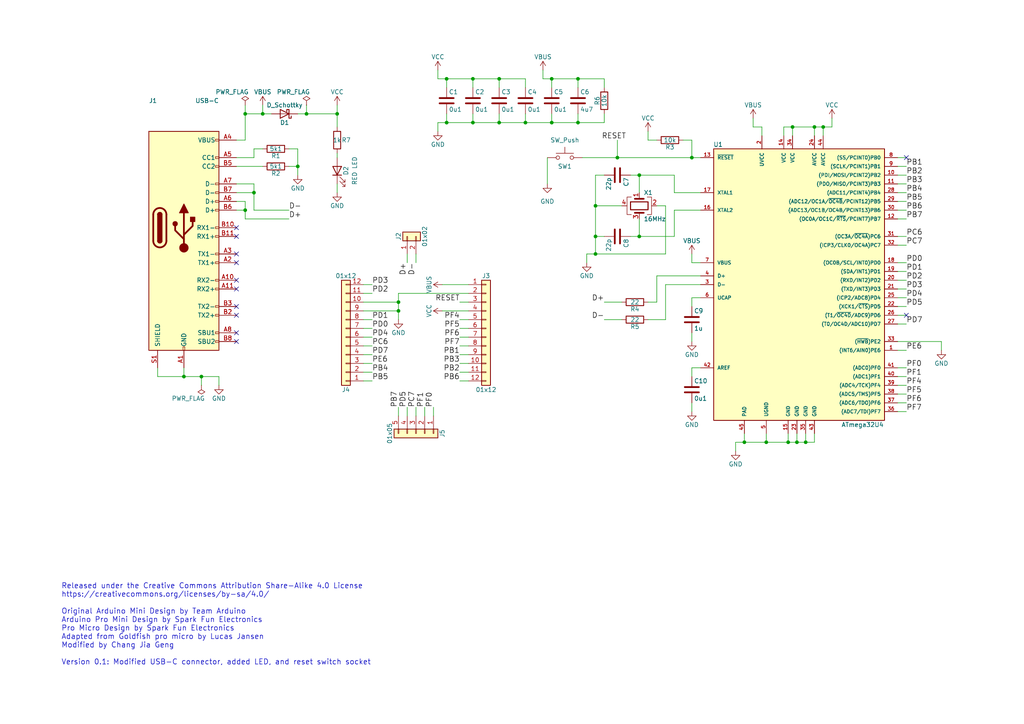
<source format=kicad_sch>
(kicad_sch (version 20211123) (generator eeschema)
  (paper "A4")
  (title_block (title "Whale") (date "2022-05-15") (rev "0.1"))
  (lib_symbols
    (symbol "Connector:USB_C_Receptacle" (pin_names (offset 1.016))
      (property "Reference" "J" (at -10.16 29.21 0))
      (property "Value" "USB_C_Receptacle" (at 10.16 29.21 0))
      (symbol "USB_C_Receptacle_0_0"
        (rectangle (start -0.254 -35.56) (end 0.254 -34.544))
        (rectangle (start 10.16 -32.766) (end 9.144 -33.274))
        (rectangle (start 10.16 -30.226) (end 9.144 -30.734))
        (rectangle (start 10.16 -25.146) (end 9.144 -25.654))
        (rectangle (start 10.16 -22.606) (end 9.144 -23.114))
        (rectangle (start 10.16 -17.526) (end 9.144 -18.034))
        (rectangle (start 10.16 -14.986) (end 9.144 -15.494))
        (rectangle (start 10.16 -9.906) (end 9.144 -10.414))
        (rectangle (start 10.16 -7.366) (end 9.144 -7.874))
        (rectangle (start 10.16 -2.286) (end 9.144 -2.794))
        (rectangle (start 10.16 0.254) (end 9.144 -0.254))
        (rectangle (start 10.16 5.334) (end 9.144 4.826))
        (rectangle (start 10.16 7.874) (end 9.144 7.366))
        (rectangle (start 10.16 10.414) (end 9.144 9.906))
        (rectangle (start 10.16 12.954) (end 9.144 12.446))
        (rectangle (start 10.16 18.034) (end 9.144 17.526))
        (rectangle (start 10.16 20.574) (end 9.144 20.066))
        (rectangle (start 10.16 25.654) (end 9.144 25.146))
      )
      (symbol "USB_C_Receptacle_0_1"
        (rectangle (start -10.16 27.94) (end 10.16 -35.56) (stroke (width 0.254)) (fill (type background)))
        (arc (start -8.89 -3.81) (mid -6.985 -5.715) (end -5.08 -3.81) (stroke (width 0.508)))
        (arc (start -7.62 -3.81) (mid -6.985 -4.445) (end -6.35 -3.81) (stroke (width 0.254)))
        (arc (start -7.62 -3.81) (mid -6.985 -4.445) (end -6.35 -3.81) (stroke (width 0.254)) (fill (type outline)))
        (rectangle (start -7.62 -3.81) (end -6.35 3.81) (stroke (width 0.254)) (fill (type outline)))
        (arc (start -6.35 3.81) (mid -6.985 4.445) (end -7.62 3.81) (stroke (width 0.254)))
        (arc (start -6.35 3.81) (mid -6.985 4.445) (end -7.62 3.81) (stroke (width 0.254)) (fill (type outline)))
        (arc (start -5.08 3.81) (mid -6.985 5.715) (end -8.89 3.81) (stroke (width 0.508)))
        (polyline (pts (xy -8.89 -3.81) (xy -8.89 3.81)) (stroke (width 0.508)))
        (polyline (pts (xy -5.08 3.81) (xy -5.08 -3.81)) (stroke (width 0.508)))
      )
      (symbol "USB_C_Receptacle_1_1"
        (circle (center -2.54 1.143) (radius 0.635) (stroke (width 0.254)) (fill (type outline)))
        (circle (center 0 -5.842) (radius 1.27) (fill (type outline)))
        (polyline (pts (xy 0 -5.842) (xy 0 4.318)) (stroke (width 0.508)))
        (polyline (pts (xy 0 -3.302) (xy -2.54 -0.762) (xy -2.54 0.508)) (stroke (width 0.508)))
        (polyline (pts (xy 0 -2.032) (xy 2.54 0.508) (xy 2.54 1.778)) (stroke (width 0.508)))
        (polyline (pts (xy -1.27 4.318) (xy 0 6.858) (xy 1.27 4.318) (xy -1.27 4.318)) (stroke (width 0.254)) (fill (type outline)))
        (rectangle (start 1.905 1.778) (end 3.175 3.048) (stroke (width 0.254)) (fill (type outline)))
        (pin passive line (at 0 -40.64 90) (length 5.08) (name "GND") (number "A1"))
        (pin bidirectional line (at 15.24 -15.24 180) (length 5.08) (name "RX2-") (number "A10"))
        (pin bidirectional line (at 15.24 -17.78 180) (length 5.08) (name "RX2+") (number "A11"))
        (pin passive line (at 0 -40.64 90) (length 5.08) hide (name "GND") (number "A12"))
        (pin bidirectional line (at 15.24 -10.16 180) (length 5.08) (name "TX1+") (number "A2"))
        (pin bidirectional line (at 15.24 -7.62 180) (length 5.08) (name "TX1-") (number "A3"))
        (pin passive line (at 15.24 25.4 180) (length 5.08) (name "VBUS") (number "A4"))
        (pin bidirectional line (at 15.24 20.32 180) (length 5.08) (name "CC1") (number "A5"))
        (pin bidirectional line (at 15.24 7.62 180) (length 5.08) (name "D+") (number "A6"))
        (pin bidirectional line (at 15.24 12.7 180) (length 5.08) (name "D-") (number "A7"))
        (pin bidirectional line (at 15.24 -30.48 180) (length 5.08) (name "SBU1") (number "A8"))
        (pin passive line (at 15.24 25.4 180) (length 5.08) hide (name "VBUS") (number "A9"))
        (pin passive line (at 0 -40.64 90) (length 5.08) hide (name "GND") (number "B1"))
        (pin bidirectional line (at 15.24 0 180) (length 5.08) (name "RX1-") (number "B10"))
        (pin bidirectional line (at 15.24 -2.54 180) (length 5.08) (name "RX1+") (number "B11"))
        (pin passive line (at 0 -40.64 90) (length 5.08) hide (name "GND") (number "B12"))
        (pin bidirectional line (at 15.24 -25.4 180) (length 5.08) (name "TX2+") (number "B2"))
        (pin bidirectional line (at 15.24 -22.86 180) (length 5.08) (name "TX2-") (number "B3"))
        (pin passive line (at 15.24 25.4 180) (length 5.08) hide (name "VBUS") (number "B4"))
        (pin bidirectional line (at 15.24 17.78 180) (length 5.08) (name "CC2") (number "B5"))
        (pin bidirectional line (at 15.24 5.08 180) (length 5.08) (name "D+") (number "B6"))
        (pin bidirectional line (at 15.24 10.16 180) (length 5.08) (name "D-") (number "B7"))
        (pin bidirectional line (at 15.24 -33.02 180) (length 5.08) (name "SBU2") (number "B8"))
        (pin passive line (at 15.24 25.4 180) (length 5.08) hide (name "VBUS") (number "B9"))
        (pin passive line (at -7.62 -40.64 90) (length 5.08) (name "SHIELD") (number "S1"))
      )
    )
    (symbol "Connector_Generic:Conn_01x02" (pin_names (offset 1.016) hide)
      (property "Reference" "J" (at 0 2.54 0))
      (property "Value" "Conn_01x02" (at 0 -5.08 0))
      (symbol "Conn_01x02_1_1"
        (rectangle (start -1.27 -2.413) (end 0 -2.667) (stroke (width 0.1524)))
        (rectangle (start -1.27 0.127) (end 0 -0.127) (stroke (width 0.1524)))
        (rectangle (start -1.27 1.27) (end 1.27 -3.81) (stroke (width 0.254)) (fill (type background)))
        (pin passive line (at -5.08 0 0) (length 3.81) (name "Pin_1") (number "1"))
        (pin passive line (at -5.08 -2.54 0) (length 3.81) (name "Pin_2") (number "2"))
      )
    )
    (symbol "Connector_Generic:Conn_01x05" (pin_names (offset 1.016) hide)
      (property "Reference" "J" (at 0 7.62 0))
      (property "Value" "Conn_01x05" (at 0 -7.62 0))
      (symbol "Conn_01x05_1_1"
        (rectangle (start -1.27 -4.953) (end 0 -5.207) (stroke (width 0.1524)))
        (rectangle (start -1.27 -2.413) (end 0 -2.667) (stroke (width 0.1524)))
        (rectangle (start -1.27 0.127) (end 0 -0.127) (stroke (width 0.1524)))
        (rectangle (start -1.27 2.667) (end 0 2.413) (stroke (width 0.1524)))
        (rectangle (start -1.27 5.207) (end 0 4.953) (stroke (width 0.1524)))
        (rectangle (start -1.27 6.35) (end 1.27 -6.35) (stroke (width 0.254)) (fill (type background)))
        (pin passive line (at -5.08 5.08 0) (length 3.81) (name "Pin_1") (number "1"))
        (pin passive line (at -5.08 2.54 0) (length 3.81) (name "Pin_2") (number "2"))
        (pin passive line (at -5.08 0 0) (length 3.81) (name "Pin_3") (number "3"))
        (pin passive line (at -5.08 -2.54 0) (length 3.81) (name "Pin_4") (number "4"))
        (pin passive line (at -5.08 -5.08 0) (length 3.81) (name "Pin_5") (number "5"))
      )
    )
    (symbol "Connector_Generic:Conn_01x12" (pin_names (offset 1.016) hide)
      (property "Reference" "J" (at 0 15.24 0))
      (property "Value" "Conn_01x12" (at 0 -17.78 0))
      (symbol "Conn_01x12_1_1"
        (rectangle (start -1.27 -15.113) (end 0 -15.367) (stroke (width 0.1524)))
        (rectangle (start -1.27 -12.573) (end 0 -12.827) (stroke (width 0.1524)))
        (rectangle (start -1.27 -10.033) (end 0 -10.287) (stroke (width 0.1524)))
        (rectangle (start -1.27 -7.493) (end 0 -7.747) (stroke (width 0.1524)))
        (rectangle (start -1.27 -4.953) (end 0 -5.207) (stroke (width 0.1524)))
        (rectangle (start -1.27 -2.413) (end 0 -2.667) (stroke (width 0.1524)))
        (rectangle (start -1.27 0.127) (end 0 -0.127) (stroke (width 0.1524)))
        (rectangle (start -1.27 2.667) (end 0 2.413) (stroke (width 0.1524)))
        (rectangle (start -1.27 5.207) (end 0 4.953) (stroke (width 0.1524)))
        (rectangle (start -1.27 7.747) (end 0 7.493) (stroke (width 0.1524)))
        (rectangle (start -1.27 10.287) (end 0 10.033) (stroke (width 0.1524)))
        (rectangle (start -1.27 12.827) (end 0 12.573) (stroke (width 0.1524)))
        (rectangle (start -1.27 13.97) (end 1.27 -16.51) (stroke (width 0.254)) (fill (type background)))
        (pin passive line (at -5.08 12.7 0) (length 3.81) (name "Pin_1") (number "1"))
        (pin passive line (at -5.08 -10.16 0) (length 3.81) (name "Pin_10") (number "10"))
        (pin passive line (at -5.08 -12.7 0) (length 3.81) (name "Pin_11") (number "11"))
        (pin passive line (at -5.08 -15.24 0) (length 3.81) (name "Pin_12") (number "12"))
        (pin passive line (at -5.08 10.16 0) (length 3.81) (name "Pin_2") (number "2"))
        (pin passive line (at -5.08 7.62 0) (length 3.81) (name "Pin_3") (number "3"))
        (pin passive line (at -5.08 5.08 0) (length 3.81) (name "Pin_4") (number "4"))
        (pin passive line (at -5.08 2.54 0) (length 3.81) (name "Pin_5") (number "5"))
        (pin passive line (at -5.08 0 0) (length 3.81) (name "Pin_6") (number "6"))
        (pin passive line (at -5.08 -2.54 0) (length 3.81) (name "Pin_7") (number "7"))
        (pin passive line (at -5.08 -5.08 0) (length 3.81) (name "Pin_8") (number "8"))
        (pin passive line (at -5.08 -7.62 0) (length 3.81) (name "Pin_9") (number "9"))
      )
    )
    (symbol "Device:C" (pin_numbers hide) (pin_names (offset 0.254))
      (property "Reference" "C" (at 0.635 2.54 0))
      (property "Value" "C" (at 0.635 -2.54 0))
      (symbol "C_0_1"
        (polyline (pts (xy -2.032 -0.762) (xy 2.032 -0.762)) (stroke (width 0.508)))
        (polyline (pts (xy -2.032 0.762) (xy 2.032 0.762)) (stroke (width 0.508)))
      )
      (symbol "C_1_1"
        (pin passive line (at 0 3.81 270) (length 2.794) (name "~") (number "1"))
        (pin passive line (at 0 -3.81 90) (length 2.794) (name "~") (number "2"))
      )
    )
    (symbol "Device:Crystal_GND24" (pin_names (offset 1.016) hide)
      (property "Reference" "Y" (at 3.175 5.08 0))
      (property "Value" "Crystal_GND24" (at 3.175 3.175 0))
      (symbol "Crystal_GND24_0_1"
        (rectangle (start -1.143 2.54) (end 1.143 -2.54) (stroke (width 0.3048)))
        (polyline (pts (xy -2.54 0) (xy -2.032 0)))
        (polyline (pts (xy -2.032 -1.27) (xy -2.032 1.27)) (stroke (width 0.508)))
        (polyline (pts (xy 0 -3.81) (xy 0 -3.556)))
        (polyline (pts (xy 0 3.556) (xy 0 3.81)))
        (polyline (pts (xy 2.032 -1.27) (xy 2.032 1.27)) (stroke (width 0.508)))
        (polyline (pts (xy 2.032 0) (xy 2.54 0)))
        (polyline (pts (xy -2.54 -2.286) (xy -2.54 -3.556) (xy 2.54 -3.556) (xy 2.54 -2.286)))
        (polyline (pts (xy -2.54 2.286) (xy -2.54 3.556) (xy 2.54 3.556) (xy 2.54 2.286)))
      )
      (symbol "Crystal_GND24_1_1"
        (pin passive line (at -3.81 0 0) (length 1.27) (name "1") (number "1"))
        (pin passive line (at 0 5.08 270) (length 1.27) (name "2") (number "2"))
        (pin passive line (at 3.81 0 180) (length 1.27) (name "3") (number "3"))
        (pin passive line (at 0 -5.08 90) (length 1.27) (name "4") (number "4"))
      )
    )
    (symbol "Device:D_Schottky" (pin_numbers hide) (pin_names (offset 1.016) hide)
      (property "Reference" "D" (at 0 2.54 0))
      (property "Value" "D_Schottky" (at 0 -2.54 0))
      (symbol "D_Schottky_0_1"
        (polyline (pts (xy 1.27 0) (xy -1.27 0)))
        (polyline (pts (xy 1.27 1.27) (xy 1.27 -1.27) (xy -1.27 0) (xy 1.27 1.27)) (stroke (width 0.254)))
        (polyline (pts (xy -1.905 0.635) (xy -1.905 1.27) (xy -1.27 1.27) (xy -1.27 -1.27) (xy -0.635 -1.27) (xy -0.635 -0.635)) (stroke (width 0.254)))
      )
      (symbol "D_Schottky_1_1"
        (pin passive line (at -3.81 0 0) (length 2.54) (name "K") (number "1"))
        (pin passive line (at 3.81 0 180) (length 2.54) (name "A") (number "2"))
      )
    )
    (symbol "Device:LED" (pin_numbers hide) (pin_names (offset 1.016) hide)
      (property "Reference" "D" (at 0 2.54 0))
      (property "Value" "LED" (at 0 -2.54 0))
      (symbol "LED_0_1"
        (polyline (pts (xy -1.27 -1.27) (xy -1.27 1.27)) (stroke (width 0.254)))
        (polyline (pts (xy -1.27 0) (xy 1.27 0)))
        (polyline (pts (xy 1.27 -1.27) (xy 1.27 1.27) (xy -1.27 0) (xy 1.27 -1.27)) (stroke (width 0.254)))
        (polyline (pts (xy -3.048 -0.762) (xy -4.572 -2.286) (xy -3.81 -2.286) (xy -4.572 -2.286) (xy -4.572 -1.524)))
        (polyline (pts (xy -1.778 -0.762) (xy -3.302 -2.286) (xy -2.54 -2.286) (xy -3.302 -2.286) (xy -3.302 -1.524)))
      )
      (symbol "LED_1_1"
        (pin passive line (at -3.81 0 0) (length 2.54) (name "K") (number "1"))
        (pin passive line (at 3.81 0 180) (length 2.54) (name "A") (number "2"))
      )
    )
    (symbol "Device:R" (pin_numbers hide) (pin_names (offset 0))
      (property "Reference" "R" (at 2.032 0 90))
      (property "Value" "R" (at 0 0 90))
      (symbol "R_0_1"
        (rectangle (start -1.016 -2.54) (end 1.016 2.54) (stroke (width 0.254)))
      )
      (symbol "R_1_1"
        (pin passive line (at 0 3.81 270) (length 1.27) (name "~") (number "1"))
        (pin passive line (at 0 -3.81 90) (length 1.27) (name "~") (number "2"))
      )
    )
    (symbol "Switch:SW_Push" (pin_numbers hide) (pin_names (offset 1.016) hide)
      (property "Reference" "SW" (at 1.27 2.54 0))
      (property "Value" "SW_Push" (at 0 -1.524 0))
      (symbol "SW_Push_0_1"
        (circle (center -2.032 0) (radius 0.508))
        (polyline (pts (xy 0 1.27) (xy 0 3.048)))
        (polyline (pts (xy 2.54 1.27) (xy -2.54 1.27)))
        (circle (center 2.032 0) (radius 0.508))
        (pin passive line (at -5.08 0 0) (length 2.54) (name "1") (number "1"))
        (pin passive line (at 5.08 0 180) (length 2.54) (name "2") (number "2"))
      )
    )
    (symbol "atmega32u4-ep:ATMEGA32U4-EP" (pin_names (offset 1.016))
      (property "Reference" "U" (at -24.13 43.18 0))
      (property "Value" "ATMEGA32U4-EP" (at 17.78 -38.1 0))
      (symbol "ATMEGA32U4-EP_0_1"
        (rectangle (start -25.4 41.91) (end 24.13 -36.83) (stroke (width 0.254)) (fill (type background)))
      )
      (symbol "ATMEGA32U4-EP_1_1"
        (pin bidirectional line (at 27.94 -16.51 180) (length 3.81) (name "(INT6/AIN0)PE6") (number "1"))
        (pin bidirectional line (at 27.94 34.29 180) (length 3.81) (name "(PDI/MOSI/PCINT2)PB2") (number "10"))
        (pin bidirectional line (at 27.94 31.75 180) (length 3.81) (name "(PDO/MISO/PCINT3)PB3") (number "11"))
        (pin bidirectional line (at 27.94 21.59 180) (length 3.81) (name "(OC0A/OC1C/~{RTS}/PCINT7)PB7") (number "12"))
        (pin input line (at -29.21 39.37 0) (length 3.81) (name "~{RESET}") (number "13"))
        (pin power_in line (at -5.08 45.72 270) (length 3.81) (name "VCC") (number "14"))
        (pin power_in line (at -3.81 -40.64 90) (length 3.81) (name "GND") (number "15"))
        (pin output line (at -29.21 24.13 0) (length 3.81) (name "XTAL2") (number "16"))
        (pin input line (at -29.21 29.21 0) (length 3.81) (name "XTAL1") (number "17"))
        (pin bidirectional line (at 27.94 8.89 180) (length 3.81) (name "(OC0B/SCL/INT0)PD0") (number "18"))
        (pin bidirectional line (at 27.94 6.35 180) (length 3.81) (name "(SDA/INT1)PD1") (number "19"))
        (pin power_in line (at -11.43 45.72 270) (length 3.81) (name "UVCC") (number "2"))
        (pin bidirectional line (at 27.94 3.81 180) (length 3.81) (name "(RXD/INT2)PD2") (number "20"))
        (pin bidirectional line (at 27.94 1.27 180) (length 3.81) (name "(TXD/INT3)PD3") (number "21"))
        (pin bidirectional line (at 27.94 -3.81 180) (length 3.81) (name "(XCK1/~{CTS})PD5") (number "22"))
        (pin power_in line (at -1.27 -40.64 90) (length 3.81) (name "GND") (number "23"))
        (pin power_in line (at 3.81 45.72 270) (length 3.81) (name "AVCC") (number "24"))
        (pin bidirectional line (at 27.94 -1.27 180) (length 3.81) (name "(ICP2/ADC8)PD4") (number "25"))
        (pin bidirectional line (at 27.94 -6.35 180) (length 3.81) (name "(T1/~{OC4D}/ADC9)PD6") (number "26"))
        (pin bidirectional line (at 27.94 -8.89 180) (length 3.81) (name "(T0/OC4D/ADC10)PD7") (number "27"))
        (pin bidirectional line (at 27.94 29.21 180) (length 3.81) (name "(ADC11/PCINT4)PB4") (number "28"))
        (pin bidirectional line (at 27.94 26.67 180) (length 3.81) (name "(ADC12/OC1A/~{OC4B}/PCINT12)PB5") (number "29"))
        (pin bidirectional line (at -29.21 2.54 0) (length 3.81) (name "D-") (number "3"))
        (pin bidirectional line (at 27.94 24.13 180) (length 3.81) (name "(ADC13/OC1B/OC4B/PCINT13)PB6") (number "30"))
        (pin bidirectional line (at 27.94 16.51 180) (length 3.81) (name "(OC3A/~{OC4A})PC6") (number "31"))
        (pin bidirectional line (at 27.94 13.97 180) (length 3.81) (name "(ICP3/CLK0/OC4A)PC7") (number "32"))
        (pin bidirectional line (at 27.94 -13.97 180) (length 3.81) (name "(~{HWB})PE2") (number "33"))
        (pin power_in line (at -2.54 45.72 270) (length 3.81) (name "VCC") (number "34"))
        (pin power_in line (at 1.27 -40.64 90) (length 3.81) (name "GND") (number "35"))
        (pin bidirectional line (at 27.94 -34.29 180) (length 3.81) (name "(ADC7/TDI)PF7") (number "36"))
        (pin bidirectional line (at 27.94 -31.75 180) (length 3.81) (name "(ADC6/TDO)PF6") (number "37"))
        (pin bidirectional line (at 27.94 -29.21 180) (length 3.81) (name "(ADC5/TMS)PF5") (number "38"))
        (pin bidirectional line (at 27.94 -26.67 180) (length 3.81) (name "(ADC4/TCK)PF4") (number "39"))
        (pin bidirectional line (at -29.21 5.08 0) (length 3.81) (name "D+") (number "4"))
        (pin bidirectional line (at 27.94 -24.13 180) (length 3.81) (name "(ADC1)PF1") (number "40"))
        (pin bidirectional line (at 27.94 -21.59 180) (length 3.81) (name "(ADC0)PF0") (number "41"))
        (pin passive line (at -29.21 -21.59 0) (length 3.81) (name "AREF") (number "42"))
        (pin power_in line (at 3.81 -40.64 90) (length 3.81) (name "GND") (number "43"))
        (pin power_in line (at 6.35 45.72 270) (length 3.81) (name "AVCC") (number "44"))
        (pin input line (at -16.51 -40.64 90) (length 3.81) (name "PAD") (number "45"))
        (pin passive line (at -10.16 -40.64 90) (length 3.81) (name "UGND") (number "5"))
        (pin passive line (at -29.21 -1.27 0) (length 3.81) (name "UCAP") (number "6"))
        (pin passive line (at -29.21 8.89 0) (length 3.81) (name "VBUS") (number "7"))
        (pin bidirectional line (at 27.94 39.37 180) (length 3.81) (name "(SS/PCINT0)PB0") (number "8"))
        (pin bidirectional line (at 27.94 36.83 180) (length 3.81) (name "(SCLK/PCINT1)PB1") (number "9"))
      )
    )
    (symbol "power:GND" (power) (pin_names (offset 0))
      (property "Value" "GND" (at 0 -3.81 0))
      (symbol "GND_0_1"
        (polyline (pts (xy 0 0) (xy 0 -1.27) (xy 1.27 -1.27) (xy 0 -2.54) (xy -1.27 -1.27) (xy 0 -1.27)))
      )
      (symbol "GND_1_1"
        (pin power_in line (at 0 0 270) (length 0) hide (name "GND") (number "1"))
      )
    )
    (symbol "power:PWR_FLAG" (power) (pin_numbers hide) (pin_names (offset 0) hide)
      (property "Value" "PWR_FLAG" (at 0 3.81 0))
      (symbol "PWR_FLAG_0_0"
        (pin power_out line (at 0 0 90) (length 0) (name "pwr") (number "1"))
      )
      (symbol "PWR_FLAG_0_1"
        (polyline (pts (xy 0 0) (xy 0 1.27) (xy -1.016 1.905) (xy 0 2.54) (xy 1.016 1.905) (xy 0 1.27)))
      )
    )
    (symbol "power:VBUS" (power) (pin_names (offset 0))
      (property "Value" "VBUS" (at 0 3.81 0))
      (symbol "VBUS_0_1"
        (polyline (pts (xy -0.762 1.27) (xy 0 2.54)))
        (polyline (pts (xy 0 0) (xy 0 2.54)))
        (polyline (pts (xy 0 2.54) (xy 0.762 1.27)))
      )
      (symbol "VBUS_1_1"
        (pin power_in line (at 0 0 90) (length 0) hide (name "VBUS") (number "1"))
      )
    )
    (symbol "power:VCC" (power) (pin_names (offset 0))
      (property "Value" "VCC" (at 0 3.81 0))
      (symbol "VCC_0_1"
        (polyline (pts (xy -0.762 1.27) (xy 0 2.54)))
        (polyline (pts (xy 0 0) (xy 0 2.54)))
        (polyline (pts (xy 0 2.54) (xy 0.762 1.27)))
      )
      (symbol "VCC_1_1"
        (pin power_in line (at 0 0 90) (length 0) hide (name "VCC") (number "1"))
      )
    )
  )
  (junction (at 58.42 109.22))
  (junction (at 172.72 68.58))
  (junction (at 115.57 90.17))
  (junction (at 238.76 36.83))
  (junction (at 129.54 22.86))
  (junction (at 231.14 128.27))
  (junction (at 167.64 35.56))
  (junction (at 137.16 35.56))
  (junction (at 152.4 35.56))
  (junction (at 160.02 22.86))
  (junction (at 222.25 128.27))
  (junction (at 144.78 35.56))
  (junction (at 160.02 35.56))
  (junction (at 179.07 45.72))
  (junction (at 236.22 36.83))
  (junction (at 71.12 60.96))
  (junction (at 144.78 22.86))
  (junction (at 185.42 50.8))
  (junction (at 172.72 59.69))
  (junction (at 97.79 33.02))
  (junction (at 229.87 36.83))
  (junction (at 115.57 87.63))
  (junction (at 228.6 128.27))
  (junction (at 88.9 33.02))
  (junction (at 137.16 22.86))
  (junction (at 53.34 109.22))
  (junction (at 215.9 128.27))
  (junction (at 76.2 33.02))
  (junction (at 200.66 45.72))
  (junction (at 129.54 35.56))
  (junction (at 86.36 48.26))
  (junction (at 185.42 68.58))
  (junction (at 73.66 55.88))
  (junction (at 167.64 22.86))
  (junction (at 233.68 128.27))
  (junction (at 172.72 73.66))
  (junction (at 71.12 33.02))
  (no_connect (at 68.58 83.82))
  (no_connect (at 262.89 91.44))
  (no_connect (at 68.58 99.06))
  (no_connect (at 68.58 91.44))
  (no_connect (at 68.58 88.9))
  (no_connect (at 68.58 66.04))
  (no_connect (at 68.58 76.2))
  (no_connect (at 262.89 45.72))
  (no_connect (at 68.58 73.66))
  (no_connect (at 68.58 68.58))
  (no_connect (at 68.58 96.52))
  (no_connect (at 68.58 81.28))
  (wire (pts (xy 200.66 96.52) (xy 200.66 99.06)))
  (wire (pts (xy 115.57 90.17) (xy 115.57 92.71)))
  (wire (pts (xy 260.35 106.68) (xy 262.89 106.68)))
  (wire (pts (xy 229.87 36.83) (xy 229.87 39.37)))
  (wire (pts (xy 133.35 92.71) (xy 135.89 92.71)))
  (wire (pts (xy 238.76 36.83) (xy 241.3 36.83)))
  (wire (pts (xy 190.5 80.01) (xy 190.5 87.63)))
  (wire (pts (xy 127 35.56) (xy 129.54 35.56)))
  (wire (pts (xy 260.35 45.72) (xy 262.89 45.72)))
  (wire (pts (xy 133.35 102.87) (xy 135.89 102.87)))
  (wire (pts (xy 218.44 36.83) (xy 218.44 34.29)))
  (wire (pts (xy 182.88 50.8) (xy 185.42 50.8)))
  (wire (pts (xy 71.12 30.48) (xy 71.12 33.02)))
  (wire (pts (xy 182.88 68.58) (xy 185.42 68.58)))
  (wire (pts (xy 115.57 90.17) (xy 105.41 90.17)))
  (wire (pts (xy 133.35 105.41) (xy 135.89 105.41)))
  (wire (pts (xy 260.35 63.5) (xy 262.89 63.5)))
  (wire (pts (xy 203.2 82.55) (xy 193.04 82.55)))
  (wire (pts (xy 260.35 88.9) (xy 262.89 88.9)))
  (wire (pts (xy 105.41 92.71) (xy 107.95 92.71)))
  (wire (pts (xy 83.82 48.26) (xy 86.36 48.26)))
  (wire (pts (xy 76.2 33.02) (xy 76.2 30.48)))
  (wire (pts (xy 97.79 55.88) (xy 97.79 53.34)))
  (wire (pts (xy 105.41 95.25) (xy 107.95 95.25)))
  (wire (pts (xy 152.4 35.56) (xy 152.4 33.02)))
  (wire (pts (xy 200.66 106.68) (xy 200.66 109.22)))
  (wire (pts (xy 133.35 95.25) (xy 135.89 95.25)))
  (wire (pts (xy 86.36 43.18) (xy 83.82 43.18)))
  (wire (pts (xy 228.6 128.27) (xy 231.14 128.27)))
  (wire (pts (xy 115.57 120.65) (xy 115.57 118.11)))
  (wire (pts (xy 71.12 33.02) (xy 76.2 33.02)))
  (wire (pts (xy 227.33 36.83) (xy 227.33 39.37)))
  (wire (pts (xy 133.35 107.95) (xy 135.89 107.95)))
  (wire (pts (xy 73.66 60.96) (xy 83.82 60.96)))
  (wire (pts (xy 260.35 93.98) (xy 262.89 93.98)))
  (wire (pts (xy 200.66 45.72) (xy 203.2 45.72)))
  (wire (pts (xy 238.76 36.83) (xy 238.76 39.37)))
  (wire (pts (xy 97.79 33.02) (xy 97.79 30.48)))
  (wire (pts (xy 129.54 33.02) (xy 129.54 35.56)))
  (wire (pts (xy 185.42 50.8) (xy 185.42 55.88)))
  (wire (pts (xy 125.73 118.11) (xy 125.73 120.65)))
  (wire (pts (xy 172.72 68.58) (xy 172.72 73.66)))
  (wire (pts (xy 220.98 36.83) (xy 218.44 36.83)))
  (wire (pts (xy 167.64 22.86) (xy 167.64 25.4)))
  (wire (pts (xy 179.07 40.64) (xy 179.07 45.72)))
  (wire (pts (xy 73.66 53.34) (xy 73.66 55.88)))
  (wire (pts (xy 157.48 22.86) (xy 160.02 22.86)))
  (wire (pts (xy 115.57 85.09) (xy 115.57 87.63)))
  (wire (pts (xy 170.18 73.66) (xy 170.18 76.2)))
  (wire (pts (xy 203.2 80.01) (xy 190.5 80.01)))
  (wire (pts (xy 200.66 116.84) (xy 200.66 119.38)))
  (wire (pts (xy 170.18 73.66) (xy 172.72 73.66)))
  (wire (pts (xy 260.35 91.44) (xy 262.89 91.44)))
  (wire (pts (xy 53.34 106.68) (xy 53.34 109.22)))
  (wire (pts (xy 180.34 87.63) (xy 175.26 87.63)))
  (wire (pts (xy 105.41 107.95) (xy 107.95 107.95)))
  (wire (pts (xy 236.22 36.83) (xy 238.76 36.83)))
  (wire (pts (xy 228.6 128.27) (xy 228.6 125.73)))
  (wire (pts (xy 273.05 99.06) (xy 273.05 101.6)))
  (wire (pts (xy 105.41 110.49) (xy 107.95 110.49)))
  (wire (pts (xy 144.78 22.86) (xy 152.4 22.86)))
  (wire (pts (xy 190.5 40.64) (xy 187.96 40.64)))
  (wire (pts (xy 168.91 45.72) (xy 179.07 45.72)))
  (wire (pts (xy 200.66 76.2) (xy 200.66 73.66)))
  (wire (pts (xy 144.78 35.56) (xy 144.78 33.02)))
  (wire (pts (xy 160.02 25.4) (xy 160.02 22.86)))
  (wire (pts (xy 260.35 55.88) (xy 262.89 55.88)))
  (wire (pts (xy 71.12 63.5) (xy 83.82 63.5)))
  (wire (pts (xy 115.57 85.09) (xy 135.89 85.09)))
  (wire (pts (xy 200.66 40.64) (xy 200.66 45.72)))
  (wire (pts (xy 213.36 128.27) (xy 215.9 128.27)))
  (wire (pts (xy 222.25 128.27) (xy 228.6 128.27)))
  (wire (pts (xy 45.72 106.68) (xy 45.72 109.22)))
  (wire (pts (xy 260.35 99.06) (xy 273.05 99.06)))
  (wire (pts (xy 118.11 120.65) (xy 118.11 118.11)))
  (wire (pts (xy 152.4 35.56) (xy 160.02 35.56)))
  (wire (pts (xy 172.72 50.8) (xy 172.72 59.69)))
  (wire (pts (xy 160.02 35.56) (xy 160.02 33.02)))
  (wire (pts (xy 105.41 85.09) (xy 107.95 85.09)))
  (wire (pts (xy 137.16 35.56) (xy 144.78 35.56)))
  (wire (pts (xy 260.35 116.84) (xy 262.89 116.84)))
  (wire (pts (xy 193.04 73.66) (xy 193.04 59.69)))
  (wire (pts (xy 260.35 60.96) (xy 262.89 60.96)))
  (wire (pts (xy 260.35 76.2) (xy 262.89 76.2)))
  (wire (pts (xy 144.78 35.56) (xy 152.4 35.56)))
  (wire (pts (xy 175.26 92.71) (xy 180.34 92.71)))
  (wire (pts (xy 175.26 33.02) (xy 175.26 35.56)))
  (wire (pts (xy 105.41 102.87) (xy 107.95 102.87)))
  (wire (pts (xy 71.12 40.64) (xy 68.58 40.64)))
  (wire (pts (xy 260.35 111.76) (xy 262.89 111.76)))
  (wire (pts (xy 190.5 87.63) (xy 187.96 87.63)))
  (wire (pts (xy 129.54 22.86) (xy 129.54 25.4)))
  (wire (pts (xy 127 22.86) (xy 127 20.32)))
  (wire (pts (xy 144.78 22.86) (xy 144.78 25.4)))
  (wire (pts (xy 236.22 128.27) (xy 236.22 125.73)))
  (wire (pts (xy 128.27 82.55) (xy 135.89 82.55)))
  (wire (pts (xy 195.58 68.58) (xy 195.58 60.96)))
  (wire (pts (xy 133.35 110.49) (xy 135.89 110.49)))
  (wire (pts (xy 215.9 125.73) (xy 215.9 128.27)))
  (wire (pts (xy 105.41 105.41) (xy 107.95 105.41)))
  (wire (pts (xy 200.66 86.36) (xy 203.2 86.36)))
  (wire (pts (xy 127 35.56) (xy 127 38.1)))
  (wire (pts (xy 172.72 59.69) (xy 172.72 68.58)))
  (wire (pts (xy 88.9 30.48) (xy 88.9 33.02)))
  (wire (pts (xy 260.35 114.3) (xy 262.89 114.3)))
  (wire (pts (xy 86.36 48.26) (xy 86.36 50.8)))
  (wire (pts (xy 68.58 53.34) (xy 73.66 53.34)))
  (wire (pts (xy 63.5 109.22) (xy 63.5 111.76)))
  (wire (pts (xy 133.35 87.63) (xy 135.89 87.63)))
  (wire (pts (xy 175.26 50.8) (xy 172.72 50.8)))
  (wire (pts (xy 172.72 73.66) (xy 193.04 73.66)))
  (wire (pts (xy 229.87 36.83) (xy 236.22 36.83)))
  (wire (pts (xy 260.35 48.26) (xy 262.89 48.26)))
  (wire (pts (xy 88.9 33.02) (xy 97.79 33.02)))
  (wire (pts (xy 137.16 22.86) (xy 137.16 25.4)))
  (wire (pts (xy 175.26 25.4) (xy 175.26 22.86)))
  (wire (pts (xy 120.65 73.66) (xy 120.65 76.2)))
  (wire (pts (xy 105.41 100.33) (xy 107.95 100.33)))
  (wire (pts (xy 71.12 33.02) (xy 71.12 40.64)))
  (wire (pts (xy 198.12 40.64) (xy 200.66 40.64)))
  (wire (pts (xy 180.34 59.69) (xy 172.72 59.69)))
  (wire (pts (xy 167.64 35.56) (xy 167.64 33.02)))
  (wire (pts (xy 71.12 58.42) (xy 71.12 60.96)))
  (wire (pts (xy 260.35 83.82) (xy 262.89 83.82)))
  (wire (pts (xy 231.14 128.27) (xy 233.68 128.27)))
  (wire (pts (xy 185.42 63.5) (xy 185.42 68.58)))
  (wire (pts (xy 152.4 22.86) (xy 152.4 25.4)))
  (wire (pts (xy 58.42 109.22) (xy 58.42 111.76)))
  (wire (pts (xy 200.66 106.68) (xy 203.2 106.68)))
  (wire (pts (xy 233.68 128.27) (xy 236.22 128.27)))
  (wire (pts (xy 133.35 97.79) (xy 135.89 97.79)))
  (wire (pts (xy 260.35 119.38) (xy 262.89 119.38)))
  (wire (pts (xy 73.66 45.72) (xy 73.66 43.18)))
  (wire (pts (xy 241.3 36.83) (xy 241.3 34.29)))
  (wire (pts (xy 260.35 50.8) (xy 262.89 50.8)))
  (wire (pts (xy 73.66 55.88) (xy 73.66 60.96)))
  (wire (pts (xy 97.79 45.72) (xy 97.79 44.45)))
  (wire (pts (xy 120.65 118.11) (xy 120.65 120.65)))
  (wire (pts (xy 160.02 22.86) (xy 167.64 22.86)))
  (wire (pts (xy 260.35 58.42) (xy 262.89 58.42)))
  (wire (pts (xy 129.54 22.86) (xy 137.16 22.86)))
  (wire (pts (xy 203.2 76.2) (xy 200.66 76.2)))
  (wire (pts (xy 195.58 55.88) (xy 203.2 55.88)))
  (wire (pts (xy 105.41 82.55) (xy 107.95 82.55)))
  (wire (pts (xy 236.22 36.83) (xy 236.22 39.37)))
  (wire (pts (xy 86.36 33.02) (xy 88.9 33.02)))
  (wire (pts (xy 118.11 73.66) (xy 118.11 76.2)))
  (wire (pts (xy 231.14 128.27) (xy 231.14 125.73)))
  (wire (pts (xy 157.48 22.86) (xy 157.48 20.32)))
  (wire (pts (xy 227.33 36.83) (xy 229.87 36.83)))
  (wire (pts (xy 185.42 68.58) (xy 195.58 68.58)))
  (wire (pts (xy 185.42 50.8) (xy 195.58 50.8)))
  (wire (pts (xy 73.66 55.88) (xy 68.58 55.88)))
  (wire (pts (xy 195.58 50.8) (xy 195.58 55.88)))
  (wire (pts (xy 73.66 43.18) (xy 76.2 43.18)))
  (wire (pts (xy 187.96 40.64) (xy 187.96 38.1)))
  (wire (pts (xy 222.25 128.27) (xy 222.25 125.73)))
  (wire (pts (xy 105.41 97.79) (xy 107.95 97.79)))
  (wire (pts (xy 213.36 130.81) (xy 213.36 128.27)))
  (wire (pts (xy 86.36 43.18) (xy 86.36 48.26)))
  (wire (pts (xy 68.58 60.96) (xy 71.12 60.96)))
  (wire (pts (xy 260.35 109.22) (xy 262.89 109.22)))
  (wire (pts (xy 260.35 101.6) (xy 262.89 101.6)))
  (wire (pts (xy 193.04 92.71) (xy 187.96 92.71)))
  (wire (pts (xy 158.75 45.72) (xy 158.75 53.34)))
  (wire (pts (xy 260.35 81.28) (xy 262.89 81.28)))
  (wire (pts (xy 115.57 87.63) (xy 115.57 90.17)))
  (wire (pts (xy 123.19 120.65) (xy 123.19 118.11)))
  (wire (pts (xy 45.72 109.22) (xy 53.34 109.22)))
  (wire (pts (xy 68.58 58.42) (xy 71.12 58.42)))
  (wire (pts (xy 172.72 68.58) (xy 175.26 68.58)))
  (wire (pts (xy 68.58 45.72) (xy 73.66 45.72)))
  (wire (pts (xy 260.35 68.58) (xy 262.89 68.58)))
  (wire (pts (xy 76.2 33.02) (xy 78.74 33.02)))
  (wire (pts (xy 193.04 59.69) (xy 190.5 59.69)))
  (wire (pts (xy 215.9 128.27) (xy 222.25 128.27)))
  (wire (pts (xy 233.68 128.27) (xy 233.68 125.73)))
  (wire (pts (xy 105.41 87.63) (xy 115.57 87.63)))
  (wire (pts (xy 128.27 90.17) (xy 135.89 90.17)))
  (wire (pts (xy 160.02 35.56) (xy 167.64 35.56)))
  (wire (pts (xy 260.35 71.12) (xy 262.89 71.12)))
  (wire (pts (xy 175.26 22.86) (xy 167.64 22.86)))
  (wire (pts (xy 137.16 22.86) (xy 144.78 22.86)))
  (wire (pts (xy 179.07 45.72) (xy 200.66 45.72)))
  (wire (pts (xy 175.26 35.56) (xy 167.64 35.56)))
  (wire (pts (xy 260.35 78.74) (xy 262.89 78.74)))
  (wire (pts (xy 68.58 48.26) (xy 76.2 48.26)))
  (wire (pts (xy 129.54 35.56) (xy 137.16 35.56)))
  (wire (pts (xy 200.66 86.36) (xy 200.66 88.9)))
  (wire (pts (xy 137.16 35.56) (xy 137.16 33.02)))
  (wire (pts (xy 71.12 60.96) (xy 71.12 63.5)))
  (wire (pts (xy 53.34 109.22) (xy 58.42 109.22)))
  (wire (pts (xy 260.35 86.36) (xy 262.89 86.36)))
  (wire (pts (xy 193.04 82.55) (xy 193.04 92.71)))
  (wire (pts (xy 260.35 53.34) (xy 262.89 53.34)))
  (wire (pts (xy 133.35 100.33) (xy 135.89 100.33)))
  (wire (pts (xy 58.42 109.22) (xy 63.5 109.22)))
  (wire (pts (xy 127 22.86) (xy 129.54 22.86)))
  (wire (pts (xy 97.79 33.02) (xy 97.79 36.83)))
  (wire (pts (xy 220.98 39.37) (xy 220.98 36.83)))
  (wire (pts (xy 195.58 60.96) (xy 203.2 60.96)))
  (text "Released under the Creative Commons Attribution Share-Alike 4.0 License\nhttps://creativecommons.org/licenses/by-sa/4.0/\n\nOriginal Arduino Mini Design by Team Arduino\nArduino Pro Mini Design by Spark Fun Electronics\nPro Micro Design by Spark Fun Electronics\nAdapted from Goldfish pro micro by Lucas Jansen\nModified by Chang Jia Geng\n\nVersion 0.1: Modified USB-C connector, added LED, and reset switch socket\n" (at 17.78 193.04 0) (effects (font (size 1.524 1.524)) (justify left bottom)))
  (label "PD1" (at 262.89 78.74 0) (effects (font (size 1.524 1.524))))
  (label "PB2" (at 262.89 50.8 0) (effects (font (size 1.524 1.524))))
  (label "PD4" (at 262.89 86.36 0) (effects (font (size 1.524 1.524))))
  (label "D-" (at 120.65 76.2 270) (effects (font (size 1.524 1.524))))
  (label "RESET" (at 133.35 87.63 180) (effects (font (size 1.524 1.524))))
  (label "PD5" (at 262.89 88.9 0) (effects (font (size 1.524 1.524))))
  (label "PC7" (at 262.89 71.12 0) (effects (font (size 1.524 1.524))))
  (label "PB6" (at 262.89 60.96 0) (effects (font (size 1.524 1.524))))
  (label "PD4" (at 107.95 97.79 0) (effects (font (size 1.524 1.524))))
  (label "PD2" (at 107.95 85.09 0) (effects (font (size 1.524 1.524))))
  (label "PF0" (at 125.73 118.11 90) (effects (font (size 1.524 1.524))))
  (label "D-" (at 83.82 60.96 0) (effects (font (size 1.524 1.524))))
  (label "PB7" (at 262.89 63.5 0) (effects (font (size 1.524 1.524))))
  (label "PF6" (at 262.89 116.84 0) (effects (font (size 1.524 1.524))))
  (label "PB7" (at 115.57 118.11 90) (effects (font (size 1.524 1.524))))
  (label "PF7" (at 133.35 100.33 180) (effects (font (size 1.524 1.524))))
  (label "PB2" (at 133.35 107.95 180) (effects (font (size 1.524 1.524))))
  (label "D-" (at 175.26 92.71 180) (effects (font (size 1.524 1.524))))
  (label "PF4" (at 133.35 92.71 180) (effects (font (size 1.524 1.524))))
  (label "PF5" (at 262.89 114.3 0) (effects (font (size 1.524 1.524))))
  (label "PF0" (at 262.89 106.68 0) (effects (font (size 1.524 1.524))))
  (label "PC7" (at 120.65 118.11 90) (effects (font (size 1.524 1.524))))
  (label "PD3" (at 107.95 82.55 0) (effects (font (size 1.524 1.524))))
  (label "PD0" (at 262.89 76.2 0) (effects (font (size 1.524 1.524))))
  (label "PD7" (at 107.95 102.87 0) (effects (font (size 1.524 1.524))))
  (label "RESET" (at 181.61 40.64 180) (effects (font (size 1.524 1.524))))
  (label "PF1" (at 123.19 118.11 90) (effects (font (size 1.524 1.524))))
  (label "PB1" (at 133.35 102.87 180) (effects (font (size 1.524 1.524))))
  (label "PC6" (at 107.95 100.33 0) (effects (font (size 1.524 1.524))))
  (label "PC6" (at 262.89 68.58 0) (effects (font (size 1.524 1.524))))
  (label "PB3" (at 262.89 53.34 0) (effects (font (size 1.524 1.524))))
  (label "D+" (at 175.26 87.63 180) (effects (font (size 1.524 1.524))))
  (label "D+" (at 118.11 76.2 270) (effects (font (size 1.524 1.524))))
  (label "PD0" (at 107.95 95.25 0) (effects (font (size 1.524 1.524))))
  (label "PE6" (at 107.95 105.41 0) (effects (font (size 1.524 1.524))))
  (label "PE6" (at 262.89 101.6 0) (effects (font (size 1.524 1.524))))
  (label "PD1" (at 107.95 92.71 0) (effects (font (size 1.524 1.524))))
  (label "D+" (at 83.82 63.5 0) (effects (font (size 1.524 1.524))))
  (label "PF4" (at 262.89 111.76 0) (effects (font (size 1.524 1.524))))
  (label "PD7" (at 262.89 93.98 0) (effects (font (size 1.524 1.524))))
  (label "PB4" (at 262.89 55.88 0) (effects (font (size 1.524 1.524))))
  (label "PF7" (at 262.89 119.38 0) (effects (font (size 1.524 1.524))))
  (label "PF6" (at 133.35 97.79 180) (effects (font (size 1.524 1.524))))
  (label "PB4" (at 107.95 107.95 0) (effects (font (size 1.524 1.524))))
  (label "PD2" (at 262.89 81.28 0) (effects (font (size 1.524 1.524))))
  (label "PD3" (at 262.89 83.82 0) (effects (font (size 1.524 1.524))))
  (label "PF1" (at 262.89 109.22 0) (effects (font (size 1.524 1.524))))
  (label "PB1" (at 262.89 48.26 0) (effects (font (size 1.524 1.524))))
  (label "PB3" (at 133.35 105.41 180) (effects (font (size 1.524 1.524))))
  (label "PB5" (at 107.95 110.49 0) (effects (font (size 1.524 1.524))))
  (label "PD5" (at 118.11 118.11 90) (effects (font (size 1.524 1.524))))
  (label "PB6" (at 133.35 110.49 180) (effects (font (size 1.524 1.524))))
  (label "PB5" (at 262.89 58.42 0) (effects (font (size 1.524 1.524))))
  (label "PF5" (at 133.35 95.25 180) (effects (font (size 1.524 1.524))))
  (symbol (lib_id "Connector:USB_C_Receptacle") (at 53.34 66.04 0) (unit 1)
    (property "Reference" "J1" (at 43.18 29.21 0) (effects (justify left)))
    (property "Value" "USB-C" (at 63.5 29.21 0) (effects (justify right)))
    (property "Footprint" "usb-type-c:16p-mid-mount-1.6mm" (effects hide))
    (property "Datasheet" "https://datasheet.lcsc.com/lcsc/2103051833_Jing-Extension-of-the-Electronic-Co--918-418K2024S40000_C168688.pdf" (effects hide))
  )
  (symbol (lib_id "power:GND") (at 63.5 111.76 0) (unit 1)
    (property "Reference" "#PWR01" (effects hide))
    (property "Value" "GND" (at 63.5 115.57 0))
  )
  (symbol (lib_id "Device:R") (at 80.01 43.18 270) (unit 1)
    (property "Reference" "R1" (at 80.01 45.212 90))
    (property "Value" "5k1" (at 80.01 43.18 90))
    (property "Footprint" "Resistor_SMD:R_0402_1005Metric" (effects hide))
  )
  (symbol (lib_id "Device:R") (at 80.01 48.26 270) (unit 1)
    (property "Reference" "R2" (at 80.01 50.292 90))
    (property "Value" "5k1" (at 80.01 48.26 90))
    (property "Footprint" "Resistor_SMD:R_0402_1005Metric" (effects hide))
  )
  (symbol (lib_id "power:GND") (at 86.36 50.8 0) (unit 1)
    (property "Reference" "#PWR02" (effects hide))
    (property "Value" "GND" (at 86.36 54.61 0))
  )
  (symbol (lib_id "Device:R") (at 184.15 87.63 270) (unit 1)
    (property "Reference" "R4" (at 184.15 89.662 90))
    (property "Value" "22" (at 184.15 87.63 90))
    (property "Footprint" "Resistor_SMD:R_0402_1005Metric" (effects hide))
  )
  (symbol (lib_id "Device:R") (at 184.15 92.71 270) (unit 1)
    (property "Reference" "R5" (at 184.15 94.742 90))
    (property "Value" "22" (at 184.15 92.71 90))
    (property "Footprint" "Resistor_SMD:R_0402_1005Metric" (effects hide))
  )
  (symbol (lib_id "power:PWR_FLAG") (at 71.12 30.48 0) (unit 1)
    (property "Reference" "#FLG03" (effects hide))
    (property "Value" "PWR_FLAG" (at 67.31 26.67 0))
  )
  (symbol (lib_id "power:PWR_FLAG") (at 58.42 111.76 180) (unit 1)
    (property "Reference" "#FLG04" (effects hide))
    (property "Value" "PWR_FLAG" (at 54.61 115.57 0))
  )
  (symbol (lib_id "atmega32u4-ep:ATMEGA32U4-EP") (at 232.41 85.09 0) (unit 1)
    (property "Reference" "U1" (at 208.28 41.91 0))
    (property "Value" "ATmega32U4" (at 250.19 123.19 0))
    (property "Footprint" "Package_DFN_QFN:QFN-44-1EP_7x7mm_P0.5mm_EP5.2x5.2mm" (effects hide))
  )
  (symbol (lib_id "power:GND") (at 213.36 130.81 0) (unit 1)
    (property "Reference" "#PWR05" (effects hide))
    (property "Value" "GND" (at 213.36 134.62 0))
  )
  (symbol (lib_id "Device:C") (at 179.07 68.58 270) (unit 1)
    (property "Reference" "C8" (at 181.61 69.215 0) (effects (justify left)))
    (property "Value" "22p" (at 176.53 69.215 0) (effects (justify left)))
    (property "Footprint" "Capacitor_SMD:C_0402_1005Metric" (effects hide))
  )
  (symbol (lib_id "Device:Crystal_GND24") (at 185.42 59.69 270) (unit 1)
    (property "Reference" "X1" (at 186.69 55.88 90) (effects (justify left)))
    (property "Value" "16MHz" (at 186.69 63.5 90) (effects (justify left)))
    (property "Footprint" "Crystal:Crystal_SMD_SeikoEpson_FA238-4Pin_3.2x2.5mm" (effects hide))
  )
  (symbol (lib_id "Device:C") (at 179.07 50.8 270) (unit 1)
    (property "Reference" "C7" (at 181.61 51.435 0) (effects (justify left)))
    (property "Value" "22p" (at 176.53 51.435 0) (effects (justify left)))
    (property "Footprint" "Capacitor_SMD:C_0402_1005Metric" (effects hide))
  )
  (symbol (lib_id "power:GND") (at 170.18 76.2 0) (unit 1)
    (property "Reference" "#PWR06" (effects hide))
    (property "Value" "GND" (at 170.18 80.01 0))
  )
  (symbol (lib_id "Device:R") (at 194.31 40.64 270) (unit 1)
    (property "Reference" "R3" (at 194.31 42.672 90))
    (property "Value" "10k" (at 194.31 40.64 90))
    (property "Footprint" "Resistor_SMD:R_0402_1005Metric" (effects hide))
  )
  (symbol (lib_id "power:VCC") (at 187.96 38.1 0) (unit 1)
    (property "Reference" "#PWR07" (effects hide))
    (property "Value" "VCC" (at 187.96 34.29 0))
  )
  (symbol (lib_id "Device:C") (at 200.66 92.71 0) (unit 1)
    (property "Reference" "C9" (at 201.295 90.17 0) (effects (justify left)))
    (property "Value" "1u" (at 201.295 95.25 0) (effects (justify left)))
    (property "Footprint" "Capacitor_SMD:C_0402_1005Metric" (effects hide))
  )
  (symbol (lib_id "power:GND") (at 200.66 99.06 0) (unit 1)
    (property "Reference" "#PWR08" (effects hide))
    (property "Value" "GND" (at 200.66 102.87 0))
  )
  (symbol (lib_id "power:VCC") (at 241.3 34.29 0) (unit 1)
    (property "Reference" "#PWR09" (effects hide))
    (property "Value" "VCC" (at 241.3 30.48 0))
  )
  (symbol (lib_id "Device:C") (at 200.66 113.03 0) (unit 1)
    (property "Reference" "C10" (at 201.295 110.49 0) (effects (justify left)))
    (property "Value" "0u1" (at 201.295 115.57 0) (effects (justify left)))
    (property "Footprint" "Capacitor_SMD:C_0402_1005Metric" (effects hide))
  )
  (symbol (lib_id "power:GND") (at 200.66 119.38 0) (unit 1)
    (property "Reference" "#PWR010" (effects hide))
    (property "Value" "GND" (at 200.66 123.19 0))
  )
  (symbol (lib_id "power:GND") (at 273.05 101.6 0) (unit 1)
    (property "Reference" "#PWR011" (effects hide))
    (property "Value" "GND" (at 273.05 105.41 0))
  )
  (symbol (lib_id "Connector_Generic:Conn_01x12") (at 100.33 97.79 180) (unit 1)
    (property "Reference" "J4" (at 100.33 113.03 0))
    (property "Value" "01x12" (at 100.33 80.01 0))
    (property "Footprint" "pins:Pins12" (effects hide))
  )
  (symbol (lib_id "Connector_Generic:Conn_01x12") (at 140.97 95.25 0) (unit 1)
    (property "Reference" "J3" (at 140.97 80.01 0))
    (property "Value" "01x12" (at 140.97 113.03 0))
    (property "Footprint" "pins:Pins12" (effects hide))
  )
  (symbol (lib_id "Connector_Generic:Conn_01x05") (at 120.65 125.73 270) (unit 1)
    (property "Reference" "J5" (at 128.27 125.73 0))
    (property "Value" "01x05" (at 113.03 125.73 0))
    (property "Footprint" "pins:Pins5" (effects hide))
  )
  (symbol (lib_id "power:GND") (at 115.57 92.71 0) (unit 1)
    (property "Reference" "#PWR012" (effects hide))
    (property "Value" "GND" (at 115.57 96.52 0))
  )
  (symbol (lib_id "power:VCC") (at 128.27 90.17 90) (unit 1)
    (property "Reference" "#PWR013" (effects hide))
    (property "Value" "VCC" (at 124.46 90.17 0))
  )
  (symbol (lib_id "power:VCC") (at 127 20.32 0) (unit 1)
    (property "Reference" "#PWR014" (effects hide))
    (property "Value" "VCC" (at 127 16.51 0))
  )
  (symbol (lib_id "Device:C") (at 129.54 29.21 0) (unit 1)
    (property "Reference" "C1" (at 130.175 26.67 0) (effects (justify left)))
    (property "Value" "0u1" (at 130.175 31.75 0) (effects (justify left)))
    (property "Footprint" "Capacitor_SMD:C_0402_1005Metric" (effects hide))
  )
  (symbol (lib_id "Device:C") (at 137.16 29.21 0) (unit 1)
    (property "Reference" "C2" (at 137.795 26.67 0) (effects (justify left)))
    (property "Value" "0u1" (at 137.795 31.75 0) (effects (justify left)))
    (property "Footprint" "Capacitor_SMD:C_0402_1005Metric" (effects hide))
  )
  (symbol (lib_id "Device:C") (at 144.78 29.21 0) (unit 1)
    (property "Reference" "C3" (at 145.415 26.67 0) (effects (justify left)))
    (property "Value" "0u1" (at 145.415 31.75 0) (effects (justify left)))
    (property "Footprint" "Capacitor_SMD:C_0402_1005Metric" (effects hide))
  )
  (symbol (lib_id "Device:C") (at 152.4 29.21 0) (unit 1)
    (property "Reference" "C4" (at 153.035 26.67 0) (effects (justify left)))
    (property "Value" "0u1" (at 153.035 31.75 0) (effects (justify left)))
    (property "Footprint" "Capacitor_SMD:C_0402_1005Metric" (effects hide))
  )
  (symbol (lib_id "Device:C") (at 167.64 29.21 0) (unit 1)
    (property "Reference" "C6" (at 168.275 26.67 0) (effects (justify left)))
    (property "Value" "4u7" (at 168.275 31.75 0) (effects (justify left)))
    (property "Footprint" "Capacitor_SMD:C_0402_1005Metric" (effects hide))
  )
  (symbol (lib_id "power:GND") (at 127 38.1 0) (unit 1)
    (property "Reference" "#PWR015" (effects hide))
    (property "Value" "GND" (at 127 41.91 0))
  )
  (symbol (lib_id "Connector_Generic:Conn_01x02") (at 118.11 68.58 90) (unit 1)
    (property "Reference" "J2" (at 115.57 68.58 0))
    (property "Value" "01x02" (at 123.19 68.58 0))
    (property "Footprint" "pins:Pins2" (effects hide))
  )
  (symbol (lib_id "Device:C") (at 160.02 29.21 0) (unit 1)
    (property "Reference" "C5" (at 160.655 26.67 0) (effects (justify left)))
    (property "Value" "0u1" (at 160.655 31.75 0) (effects (justify left)))
    (property "Footprint" "Capacitor_SMD:C_0402_1005Metric" (effects hide))
  )
  (symbol (lib_id "power:VBUS") (at 76.2 30.48 0) (unit 1)
    (property "Reference" "#PWR016" (effects hide))
    (property "Value" "VBUS" (at 76.2 26.67 0))
  )
  (symbol (lib_id "power:VBUS") (at 200.66 73.66 0) (unit 1)
    (property "Reference" "#PWR017" (effects hide))
    (property "Value" "VBUS" (at 200.66 69.85 0))
  )
  (symbol (lib_id "power:VBUS") (at 218.44 34.29 0) (unit 1)
    (property "Reference" "#PWR018" (effects hide))
    (property "Value" "VBUS" (at 218.44 30.48 0))
  )
  (symbol (lib_id "Device:D_Schottky") (at 82.55 33.02 180) (unit 1)
    (property "Reference" "D1" (at 82.55 35.56 0))
    (property "Value" "D_Schottky" (at 82.55 30.48 0))
    (property "Footprint" "Diode_SMD:D_PowerDI-123" (effects hide))
  )
  (symbol (lib_id "power:VCC") (at 97.79 30.48 0) (unit 1)
    (property "Reference" "#PWR019" (effects hide))
    (property "Value" "VCC" (at 97.79 26.67 0))
  )
  (symbol (lib_id "power:PWR_FLAG") (at 88.9 30.48 0) (unit 1)
    (property "Reference" "#FLG020" (effects hide))
    (property "Value" "PWR_FLAG" (at 85.09 26.67 0))
  )
  (symbol (lib_id "power:VBUS") (at 128.27 82.55 90) (unit 1)
    (property "Reference" "#PWR021" (effects hide))
    (property "Value" "VBUS" (at 124.46 82.55 0))
  )
  (symbol (lib_id "power:VBUS") (at 157.48 20.32 0) (unit 1)
    (property "Reference" "#PWR0101" (effects hide))
    (property "Value" "VBUS" (at 157.48 16.51 0))
  )
  (symbol (lib_id "Device:R") (at 175.26 29.21 180) (unit 1)
    (property "Reference" "R6" (at 173.228 29.21 90))
    (property "Value" "10k" (at 175.26 29.21 90))
    (property "Footprint" "Resistor_SMD:R_0402_1005Metric" (effects hide))
  )
  (symbol (lib_id "Device:R") (at 97.79 40.64 0) (unit 1)
    (property "Reference" "R7" (at 99.06 40.64 0) (effects (justify left)))
    (property "Value" "1k" (at 96.52 40.64 0) (effects (justify left)))
  )
  (symbol (lib_id "power:GND") (at 158.75 53.34 0) (unit 1)
    (property "Reference" "#PWR?" (effects hide))
    (property "Value" "GND" (at 158.75 58.42 0))
  )
  (symbol (lib_id "power:GND") (at 97.79 55.88 0) (unit 1)
    (property "Reference" "#PWR?" (effects hide))
    (property "Value" "GND" (at 97.79 59.69 0))
  )
  (symbol (lib_id "Switch:SW_Push") (at 163.83 45.72 0) (unit 1)
    (property "Reference" "SW1" (at 163.83 48.26 0))
    (property "Value" "SW_Push" (at 163.83 40.64 0))
  )
  (symbol (lib_id "Device:LED") (at 97.79 49.53 90) (unit 1)
    (property "Reference" "D2" (at 100.33 49.53 0))
    (property "Value" "RED LED" (at 102.87 49.53 0))
  )
)
</source>
